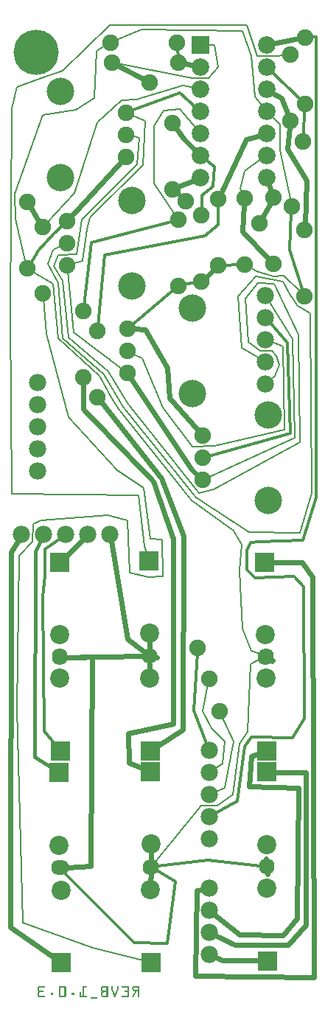
<source format=gbl>
G04 MADE WITH FRITZING*
G04 WWW.FRITZING.ORG*
G04 DOUBLE SIDED*
G04 HOLES PLATED*
G04 CONTOUR ON CENTER OF CONTOUR VECTOR*
%ASAXBY*%
%FSLAX23Y23*%
%MOIN*%
%OFA0B0*%
%SFA1.0B1.0*%
%ADD10C,0.078000*%
%ADD11C,0.075000*%
%ADD12C,0.086614*%
%ADD13C,0.086555*%
%ADD14C,0.070232*%
%ADD15C,0.074667*%
%ADD16C,0.074695*%
%ADD17C,0.124033*%
%ADD18C,0.079370*%
%ADD19C,0.204725*%
%ADD20R,0.086614X0.086614*%
%ADD21R,0.079370X0.079370*%
%ADD22C,0.007000*%
%ADD23C,0.008000*%
%ADD24C,0.024000*%
%ADD25C,0.012000*%
%ADD26C,0.016000*%
%ADD27R,0.001000X0.001000*%
%LNCOPPER0*%
G90*
G70*
G54D10*
X1175Y3212D03*
X1175Y3112D03*
X1175Y3012D03*
X1175Y2912D03*
X1175Y2812D03*
G54D11*
X652Y4174D03*
X869Y1619D03*
X1147Y3538D03*
X969Y1330D03*
X816Y3638D03*
X920Y1477D03*
G54D10*
X144Y2819D03*
X144Y2719D03*
X144Y2619D03*
X144Y2519D03*
X144Y2419D03*
G54D12*
X648Y2012D03*
G54D13*
X651Y1684D03*
G54D14*
X651Y1582D03*
G54D12*
X244Y2005D03*
G54D13*
X246Y1678D03*
G54D14*
X246Y1575D03*
G54D15*
X550Y3062D03*
X550Y2962D03*
G54D16*
X550Y2862D03*
G54D17*
X846Y3156D03*
X846Y2767D03*
G54D15*
X891Y2577D03*
X891Y2477D03*
G54D16*
X891Y2377D03*
G54D17*
X1187Y2671D03*
X1187Y2283D03*
G54D15*
X278Y3547D03*
X278Y3447D03*
G54D16*
X278Y3347D03*
G54D17*
X573Y3641D03*
X573Y3253D03*
G54D15*
X545Y3839D03*
X545Y3939D03*
G54D16*
X545Y4039D03*
G54D17*
X249Y3745D03*
X249Y4133D03*
G54D12*
X241Y1054D03*
G54D13*
X243Y726D03*
G54D14*
X243Y624D03*
G54D10*
X922Y230D03*
X922Y330D03*
X922Y430D03*
X922Y530D03*
X72Y2130D03*
X172Y2130D03*
X272Y2130D03*
X372Y2130D03*
X472Y2130D03*
G54D12*
X654Y1152D03*
G54D13*
X651Y1480D03*
G54D14*
X651Y1582D03*
G54D12*
X1173Y2006D03*
G54D13*
X1176Y1678D03*
G54D14*
X1176Y1576D03*
G54D12*
X1180Y1152D03*
G54D13*
X1177Y1480D03*
G54D14*
X1177Y1582D03*
G54D12*
X1180Y1057D03*
G54D13*
X1182Y729D03*
G54D14*
X1182Y627D03*
G54D12*
X1185Y202D03*
G54D13*
X1182Y530D03*
G54D14*
X1182Y632D03*
G54D12*
X656Y1057D03*
G54D13*
X658Y730D03*
G54D14*
X658Y627D03*
G54D12*
X247Y1152D03*
G54D13*
X244Y1480D03*
G54D14*
X244Y1582D03*
G54D12*
X252Y194D03*
G54D13*
X250Y522D03*
G54D14*
X250Y624D03*
G54D12*
X658Y196D03*
G54D13*
X655Y524D03*
G54D14*
X655Y626D03*
G54D18*
X880Y4344D03*
X1180Y4344D03*
X880Y4244D03*
X1180Y4244D03*
X880Y4144D03*
X1180Y4144D03*
X880Y4044D03*
X1180Y4044D03*
X880Y3944D03*
X1180Y3944D03*
X880Y3844D03*
X1180Y3844D03*
X880Y3744D03*
X1180Y3744D03*
G54D11*
X416Y3051D03*
X416Y2751D03*
X1288Y4000D03*
X1288Y4300D03*
X353Y3142D03*
X353Y2842D03*
X168Y3522D03*
X168Y3222D03*
X98Y3633D03*
X98Y3333D03*
X1353Y3508D03*
X1353Y3208D03*
X962Y3647D03*
X962Y3347D03*
X782Y3555D03*
X782Y3255D03*
X1354Y4378D03*
X1354Y4078D03*
X1213Y3354D03*
X1213Y3654D03*
X756Y3992D03*
X756Y3692D03*
X483Y4266D03*
X783Y4266D03*
X1346Y3908D03*
X1295Y3613D03*
X1080Y3652D03*
X1080Y3352D03*
X475Y4355D03*
X775Y4355D03*
X886Y3276D03*
X886Y3576D03*
G54D19*
X137Y4312D03*
G54D10*
X922Y755D03*
X922Y855D03*
X922Y955D03*
X922Y1055D03*
X922Y1155D03*
G54D20*
X648Y2012D03*
X244Y2005D03*
X241Y1054D03*
X654Y1152D03*
X1173Y2006D03*
X1180Y1152D03*
X1180Y1057D03*
X1185Y202D03*
X656Y1057D03*
X247Y1152D03*
X252Y194D03*
X658Y196D03*
G54D21*
X880Y4344D03*
G54D22*
X570Y3933D02*
X606Y3925D01*
D02*
X606Y3925D02*
X594Y3806D01*
D02*
X594Y3806D02*
X346Y3554D01*
D02*
X346Y3554D02*
X322Y3399D01*
D02*
X322Y3399D02*
X239Y3395D01*
D02*
X239Y3395D02*
X219Y3343D01*
D02*
X219Y3343D02*
X259Y3277D01*
D02*
X259Y3277D02*
X285Y3021D01*
D02*
X285Y3021D02*
X465Y2869D01*
D02*
X465Y2869D02*
X550Y2723D01*
D02*
X550Y2723D02*
X874Y2319D01*
D02*
X874Y2319D02*
X943Y2336D01*
D02*
X943Y2336D02*
X1333Y2549D01*
D02*
X1333Y2549D02*
X1324Y3034D01*
D02*
X1324Y3034D02*
X1215Y3264D01*
D02*
X1215Y3264D02*
X1141Y3267D01*
D02*
X1141Y3267D02*
X1085Y3199D01*
D02*
X1085Y3199D02*
X1098Y3001D01*
D02*
X1098Y3001D02*
X1152Y2962D01*
D02*
X1152Y2962D02*
X1204Y2962D01*
D02*
X1225Y2939D02*
X1237Y2897D01*
D02*
X1204Y2962D02*
X1225Y2939D01*
D02*
X1237Y2897D02*
X1219Y2849D01*
D02*
X1219Y2849D02*
X1194Y2828D01*
G54D23*
D02*
X215Y3419D02*
X254Y3437D01*
D02*
X193Y3354D02*
X215Y3419D01*
D02*
X237Y3269D02*
X193Y3354D01*
D02*
X257Y3019D02*
X237Y3269D01*
D02*
X444Y2854D02*
X257Y3019D01*
D02*
X530Y2708D02*
X444Y2854D01*
D02*
X861Y2299D02*
X530Y2708D01*
D02*
X1102Y2140D02*
X861Y2299D01*
D02*
X1330Y2138D02*
X1102Y2140D01*
D02*
X1385Y2317D02*
X1330Y2138D01*
D02*
X1378Y3132D02*
X1385Y2317D01*
D02*
X1322Y3164D02*
X1378Y3132D01*
D02*
X1285Y3219D02*
X1322Y3164D01*
D02*
X1256Y3275D02*
X1285Y3219D01*
D02*
X1131Y3297D02*
X1256Y3275D01*
D02*
X1052Y3208D02*
X1131Y3297D01*
D02*
X1067Y2975D02*
X1052Y3208D01*
D02*
X1154Y2924D02*
X1067Y2975D01*
G54D24*
D02*
X658Y664D02*
X658Y688D01*
G54D23*
D02*
X945Y965D02*
X993Y986D01*
D02*
X993Y986D02*
X1030Y1195D01*
D02*
X1030Y1195D02*
X978Y1309D01*
G54D24*
D02*
X283Y1576D02*
X391Y1577D01*
D02*
X391Y1577D02*
X384Y630D01*
D02*
X384Y630D02*
X280Y625D01*
G54D22*
D02*
X678Y651D02*
X884Y906D01*
D02*
X884Y906D02*
X957Y906D01*
D02*
X957Y906D02*
X1027Y955D01*
D02*
X1027Y955D02*
X1058Y1186D01*
D02*
X1058Y1186D02*
X1096Y1239D01*
D02*
X1096Y1239D02*
X1109Y1544D01*
D02*
X1109Y1544D02*
X1151Y1567D01*
G54D24*
D02*
X777Y3673D02*
X795Y3657D01*
G54D25*
D02*
X111Y3352D02*
X149Y3413D01*
D02*
X149Y3413D02*
X217Y3490D01*
D02*
X217Y3490D02*
X259Y3529D01*
G54D24*
D02*
X804Y2123D02*
X800Y1249D01*
D02*
X800Y1249D02*
X689Y1175D01*
D02*
X704Y2386D02*
X804Y2123D01*
D02*
X434Y2728D02*
X704Y2386D01*
G54D25*
D02*
X1057Y3351D02*
X985Y3348D01*
G54D23*
D02*
X930Y1253D02*
X993Y1195D01*
D02*
X993Y1195D02*
X981Y1095D01*
D02*
X893Y1330D02*
X930Y1253D01*
D02*
X981Y1095D02*
X943Y1069D01*
D02*
X916Y1454D02*
X893Y1330D01*
G54D24*
D02*
X869Y2399D02*
X843Y2424D01*
D02*
X843Y2424D02*
X568Y2835D01*
D02*
X1150Y3936D02*
X1089Y3919D01*
D02*
X1089Y3919D02*
X974Y3673D01*
G54D25*
D02*
X1198Y4227D02*
X1337Y4094D01*
G54D23*
D02*
X529Y2877D02*
X307Y3045D01*
D02*
X307Y3045D02*
X280Y3321D01*
D02*
X864Y3964D02*
X789Y4053D01*
D02*
X789Y4053D02*
X716Y4048D01*
D02*
X716Y4048D02*
X671Y3977D01*
D02*
X671Y3977D02*
X671Y3717D01*
D02*
X671Y3717D02*
X769Y3574D01*
D02*
X348Y3367D02*
X303Y3354D01*
D02*
X369Y3512D02*
X348Y3367D01*
D02*
X383Y3565D02*
X369Y3512D01*
D02*
X622Y3801D02*
X383Y3565D01*
D02*
X633Y4001D02*
X622Y3801D01*
D02*
X569Y4028D02*
X633Y4001D01*
G54D25*
D02*
X178Y2064D02*
X252Y2116D01*
D02*
X178Y1944D02*
X178Y2064D01*
D02*
X169Y1847D02*
X178Y1944D01*
D02*
X175Y1241D02*
X169Y1847D01*
D02*
X224Y1181D02*
X175Y1241D01*
G54D24*
D02*
X941Y3328D02*
X907Y3295D01*
G54D23*
D02*
X944Y2530D02*
X1263Y2603D01*
D02*
X1263Y2603D02*
X1254Y2980D01*
D02*
X844Y2528D02*
X944Y2530D01*
D02*
X1254Y2980D02*
X1198Y3003D01*
D02*
X711Y2703D02*
X844Y2528D01*
D02*
X617Y2927D02*
X711Y2703D01*
D02*
X573Y2949D02*
X617Y2927D01*
G54D25*
D02*
X389Y3450D02*
X760Y3549D01*
D02*
X356Y3165D02*
X389Y3450D01*
G54D24*
D02*
X353Y2813D02*
X352Y2697D01*
D02*
X352Y2697D02*
X667Y2371D01*
D02*
X667Y2371D02*
X759Y2112D01*
D02*
X759Y2112D02*
X759Y1275D01*
D02*
X759Y1275D02*
X556Y1230D01*
D02*
X556Y1230D02*
X559Y1097D01*
D02*
X559Y1097D02*
X617Y1073D01*
D02*
X1249Y4104D02*
X1206Y4129D01*
D02*
X1278Y4027D02*
X1249Y4104D01*
G54D22*
D02*
X944Y4346D02*
X960Y4246D01*
D02*
X960Y4246D02*
X917Y4194D01*
D02*
X905Y4345D02*
X944Y4346D01*
D02*
X917Y4194D02*
X844Y4195D01*
D02*
X844Y4195D02*
X506Y4261D01*
G54D24*
D02*
X981Y204D02*
X950Y218D01*
D02*
X1142Y203D02*
X981Y204D01*
D02*
X1215Y2005D02*
X1341Y2003D01*
D02*
X1341Y2003D02*
X1389Y1938D01*
D02*
X1389Y1938D02*
X1396Y127D01*
D02*
X1396Y127D02*
X859Y134D01*
D02*
X859Y134D02*
X864Y522D01*
D02*
X864Y522D02*
X892Y526D01*
G54D23*
D02*
X455Y4344D02*
X413Y4319D01*
D02*
X413Y4319D02*
X402Y4106D01*
D02*
X402Y4106D02*
X317Y4050D01*
D02*
X317Y4050D02*
X169Y4028D01*
D02*
X169Y4028D02*
X42Y3670D01*
D02*
X42Y3670D02*
X44Y3559D01*
D02*
X44Y3559D02*
X93Y3355D01*
G54D24*
D02*
X1210Y4350D02*
X1326Y4373D01*
G54D25*
D02*
X781Y4289D02*
X777Y4332D01*
G54D24*
D02*
X153Y3546D02*
X114Y3609D01*
G54D25*
D02*
X1276Y2997D02*
X1191Y3093D01*
D02*
X1287Y2588D02*
X1276Y2997D01*
D02*
X917Y2484D02*
X1287Y2588D01*
D02*
X447Y3394D02*
X900Y3482D01*
D02*
X900Y3482D02*
X963Y3530D01*
D02*
X418Y3074D02*
X447Y3394D01*
D02*
X963Y3530D02*
X962Y3624D01*
D02*
X852Y1334D02*
X913Y1178D01*
D02*
X867Y1596D02*
X852Y1334D01*
D02*
X900Y3829D02*
X944Y3793D01*
D02*
X944Y3793D02*
X937Y3704D01*
D02*
X937Y3704D02*
X889Y3664D01*
D02*
X889Y3664D02*
X887Y3599D01*
D02*
X1353Y4055D02*
X1347Y3931D01*
G54D24*
D02*
X859Y3867D02*
X809Y3919D01*
D02*
X809Y3919D02*
X773Y3969D01*
D02*
X1110Y1127D02*
X1140Y1138D01*
D02*
X1100Y990D02*
X1110Y1127D01*
D02*
X1326Y986D02*
X1100Y990D01*
D02*
X1319Y393D02*
X1326Y986D01*
D02*
X1256Y319D02*
X1319Y393D01*
D02*
X1058Y322D02*
X1256Y319D01*
D02*
X946Y412D02*
X1058Y322D01*
D02*
X582Y3060D02*
X630Y3058D01*
D02*
X630Y3058D02*
X730Y2884D01*
D02*
X730Y2884D02*
X741Y2749D01*
D02*
X741Y2749D02*
X870Y2601D01*
D02*
X1203Y3681D02*
X1191Y3716D01*
G54D23*
D02*
X629Y2079D02*
X638Y2047D01*
D02*
X602Y2308D02*
X629Y2079D01*
D02*
X29Y2313D02*
X602Y2308D01*
D02*
X22Y3126D02*
X29Y2313D01*
D02*
X28Y4058D02*
X22Y3126D01*
D02*
X51Y4154D02*
X28Y4058D01*
D02*
X162Y4195D02*
X51Y4154D01*
D02*
X258Y4228D02*
X162Y4195D01*
D02*
X473Y4433D02*
X258Y4228D01*
D02*
X1091Y4435D02*
X473Y4433D01*
D02*
X1138Y4295D02*
X1091Y4435D01*
D02*
X1218Y4293D02*
X1138Y4295D01*
D02*
X1266Y4298D02*
X1218Y4293D01*
G54D24*
D02*
X1179Y663D02*
X1185Y596D01*
D02*
X651Y1546D02*
X651Y1522D01*
G54D23*
D02*
X118Y3321D02*
X216Y3265D01*
D02*
X216Y3265D02*
X237Y3017D01*
D02*
X237Y3017D02*
X424Y2847D01*
D02*
X424Y2847D02*
X483Y2745D01*
D02*
X483Y2745D02*
X511Y2697D01*
D02*
X511Y2697D02*
X843Y2285D01*
D02*
X843Y2285D02*
X1033Y2148D01*
D02*
X1033Y2148D02*
X1069Y2084D01*
D02*
X1069Y2084D02*
X1058Y1968D01*
D02*
X1058Y1968D02*
X1071Y1704D01*
D02*
X1071Y1704D02*
X1111Y1606D01*
D02*
X1111Y1606D02*
X1148Y1592D01*
D02*
X1211Y3299D02*
X1135Y3321D01*
D02*
X1135Y3321D02*
X1100Y3341D01*
D02*
X1259Y3301D02*
X1211Y3299D01*
D02*
X1337Y3224D02*
X1259Y3301D01*
G54D24*
D02*
X615Y1581D02*
X283Y1576D01*
D02*
X657Y591D02*
X656Y566D01*
D02*
X783Y3703D02*
X852Y3732D01*
D02*
X1362Y3730D02*
X1276Y3875D01*
D02*
X1276Y3875D02*
X1286Y3972D01*
D02*
X1354Y3536D02*
X1362Y3730D01*
D02*
X351Y2109D02*
X274Y2035D01*
D02*
X1070Y3501D02*
X1193Y3375D01*
D02*
X1078Y3624D02*
X1070Y3501D01*
G54D25*
D02*
X684Y611D02*
X767Y560D01*
D02*
X767Y560D02*
X733Y280D01*
D02*
X733Y280D02*
X580Y284D01*
D02*
X580Y284D02*
X265Y602D01*
G54D26*
D02*
X133Y1125D02*
X210Y1074D01*
D02*
X135Y2053D02*
X133Y1125D01*
D02*
X162Y2108D02*
X135Y2053D01*
G54D25*
D02*
X765Y3240D02*
X570Y3078D01*
D02*
X1293Y3590D02*
X1284Y3417D01*
D02*
X1284Y3417D02*
X1346Y3230D01*
D02*
X787Y4127D02*
X569Y4048D01*
D02*
X861Y4061D02*
X787Y4127D01*
G54D23*
D02*
X915Y2388D02*
X1307Y2567D01*
D02*
X1307Y2567D02*
X1298Y3015D01*
D02*
X1298Y3015D02*
X1188Y3191D01*
D02*
X184Y3539D02*
X313Y3673D01*
D02*
X313Y3673D02*
X415Y3993D01*
D02*
X415Y3993D02*
X524Y4094D01*
D02*
X524Y4094D02*
X593Y4097D01*
D02*
X593Y4097D02*
X803Y4162D01*
D02*
X803Y4162D02*
X855Y4150D01*
G54D24*
D02*
X811Y4260D02*
X850Y4251D01*
G54D23*
D02*
X1241Y3867D02*
X1240Y3986D01*
D02*
X1290Y3635D02*
X1241Y3867D01*
D02*
X1240Y3986D02*
X1198Y4027D01*
D02*
X184Y3037D02*
X170Y3199D01*
D02*
X285Y2660D02*
X184Y3037D01*
D02*
X504Y2421D02*
X285Y2660D01*
D02*
X624Y2340D02*
X504Y2421D01*
D02*
X656Y2110D02*
X624Y2340D01*
D02*
X708Y2108D02*
X656Y2110D01*
D02*
X711Y1941D02*
X708Y2108D01*
D02*
X644Y1939D02*
X711Y1941D01*
D02*
X562Y1957D02*
X644Y1939D01*
D02*
X553Y2195D02*
X562Y1957D01*
D02*
X462Y2219D02*
X553Y2195D01*
D02*
X160Y2195D02*
X462Y2219D01*
D02*
X124Y2178D02*
X160Y2195D01*
D02*
X122Y2097D02*
X124Y2178D01*
D02*
X63Y2033D02*
X122Y2097D01*
D02*
X50Y1341D02*
X63Y2033D01*
D02*
X78Y375D02*
X50Y1341D01*
D02*
X394Y261D02*
X78Y375D01*
D02*
X622Y205D02*
X394Y261D01*
G54D24*
D02*
X508Y4252D02*
X627Y4188D01*
D02*
X686Y1573D02*
X662Y1579D01*
D02*
X662Y1579D02*
X686Y1573D01*
D02*
X651Y1618D02*
X651Y1642D01*
D02*
X1199Y3629D02*
X1161Y3563D01*
D02*
X477Y2101D02*
X553Y1657D01*
D02*
X553Y1657D02*
X622Y1604D01*
G54D23*
D02*
X1164Y4064D02*
X1127Y4110D01*
D02*
X1127Y4110D02*
X1111Y4293D01*
D02*
X1111Y4293D02*
X1071Y4408D01*
D02*
X1071Y4408D02*
X616Y4415D01*
D02*
X616Y4415D02*
X496Y4364D01*
D02*
X1159Y3830D02*
X1080Y3773D01*
D02*
X1080Y3773D02*
X1062Y3695D01*
D02*
X1062Y3695D02*
X1071Y3674D01*
G54D25*
D02*
X863Y3271D02*
X805Y3260D01*
G54D24*
D02*
X1037Y275D02*
X949Y317D01*
D02*
X1278Y275D02*
X1037Y275D01*
D02*
X1358Y364D02*
X1278Y275D01*
D02*
X1358Y1053D02*
X1358Y364D01*
D02*
X1222Y1056D02*
X1358Y1053D01*
G54D25*
D02*
X689Y631D02*
X916Y657D01*
D02*
X916Y657D02*
X1152Y630D01*
G54D24*
D02*
X1205Y1558D02*
X1193Y1568D01*
D02*
X1193Y1568D02*
X1209Y1561D01*
D02*
X25Y2050D02*
X57Y2104D01*
D02*
X22Y355D02*
X25Y2050D01*
D02*
X218Y218D02*
X22Y355D01*
G54D25*
D02*
X1377Y4380D02*
X1404Y4381D01*
D02*
X1404Y4381D02*
X1405Y3519D01*
D02*
X1405Y3519D02*
X1404Y2297D01*
D02*
X1404Y2297D02*
X1344Y2104D01*
D02*
X1344Y2104D02*
X1149Y2099D01*
D02*
X1149Y2099D02*
X1108Y2094D01*
D02*
X1108Y2094D02*
X1091Y2059D01*
D02*
X1091Y2059D02*
X1091Y1970D01*
D02*
X1091Y1970D02*
X1129Y1935D01*
D02*
X1129Y1935D02*
X1305Y1941D01*
D02*
X1305Y1941D02*
X1348Y1895D01*
D02*
X1348Y1895D02*
X1351Y1297D01*
D02*
X1351Y1297D02*
X1298Y1210D01*
D02*
X1298Y1210D02*
X1113Y1215D01*
D02*
X1113Y1215D02*
X1081Y1170D01*
D02*
X1081Y1170D02*
X1049Y924D01*
D02*
X1049Y924D02*
X944Y867D01*
G54D24*
D02*
X523Y3815D02*
X299Y3571D01*
G54D27*
X150Y88D02*
X177Y88D01*
X245Y88D02*
X269Y88D01*
X349Y88D02*
X367Y88D01*
X439Y88D02*
X463Y88D01*
X480Y88D02*
X483Y88D01*
X506Y88D02*
X509Y88D01*
X527Y88D02*
X557Y88D01*
X579Y88D02*
X605Y88D01*
X148Y87D02*
X178Y87D01*
X243Y87D02*
X271Y87D01*
X349Y87D02*
X367Y87D01*
X437Y87D02*
X463Y87D01*
X479Y87D02*
X484Y87D01*
X505Y87D02*
X510Y87D01*
X526Y87D02*
X557Y87D01*
X577Y87D02*
X605Y87D01*
X148Y86D02*
X178Y86D01*
X243Y86D02*
X272Y86D01*
X349Y86D02*
X368Y86D01*
X436Y86D02*
X463Y86D01*
X478Y86D02*
X484Y86D01*
X504Y86D02*
X510Y86D01*
X526Y86D02*
X557Y86D01*
X576Y86D02*
X605Y86D01*
X147Y85D02*
X178Y85D01*
X242Y85D02*
X272Y85D01*
X349Y85D02*
X368Y85D01*
X435Y85D02*
X463Y85D01*
X478Y85D02*
X484Y85D01*
X504Y85D02*
X510Y85D01*
X526Y85D02*
X557Y85D01*
X575Y85D02*
X605Y85D01*
X147Y84D02*
X178Y84D01*
X241Y84D02*
X273Y84D01*
X349Y84D02*
X367Y84D01*
X434Y84D02*
X463Y84D01*
X478Y84D02*
X484Y84D01*
X504Y84D02*
X510Y84D01*
X526Y84D02*
X557Y84D01*
X575Y84D02*
X605Y84D01*
X146Y83D02*
X177Y83D01*
X241Y83D02*
X273Y83D01*
X349Y83D02*
X366Y83D01*
X433Y83D02*
X463Y83D01*
X478Y83D02*
X484Y83D01*
X504Y83D02*
X510Y83D01*
X527Y83D02*
X557Y83D01*
X574Y83D02*
X605Y83D01*
X146Y82D02*
X152Y82D01*
X241Y82D02*
X247Y82D01*
X267Y82D02*
X273Y82D01*
X349Y82D02*
X355Y82D01*
X433Y82D02*
X441Y82D01*
X457Y82D02*
X463Y82D01*
X478Y82D02*
X484Y82D01*
X504Y82D02*
X510Y82D01*
X552Y82D02*
X557Y82D01*
X574Y82D02*
X581Y82D01*
X599Y82D02*
X605Y82D01*
X146Y81D02*
X152Y81D01*
X241Y81D02*
X247Y81D01*
X267Y81D02*
X273Y81D01*
X349Y81D02*
X355Y81D01*
X432Y81D02*
X440Y81D01*
X457Y81D02*
X463Y81D01*
X478Y81D02*
X484Y81D01*
X504Y81D02*
X510Y81D01*
X552Y81D02*
X557Y81D01*
X573Y81D02*
X580Y81D01*
X599Y81D02*
X605Y81D01*
X146Y80D02*
X152Y80D01*
X241Y80D02*
X247Y80D01*
X267Y80D02*
X273Y80D01*
X349Y80D02*
X355Y80D01*
X432Y80D02*
X438Y80D01*
X457Y80D02*
X463Y80D01*
X478Y80D02*
X484Y80D01*
X504Y80D02*
X510Y80D01*
X552Y80D02*
X557Y80D01*
X573Y80D02*
X579Y80D01*
X599Y80D02*
X605Y80D01*
X146Y79D02*
X152Y79D01*
X241Y79D02*
X247Y79D01*
X267Y79D02*
X273Y79D01*
X349Y79D02*
X355Y79D01*
X431Y79D02*
X438Y79D01*
X457Y79D02*
X463Y79D01*
X478Y79D02*
X484Y79D01*
X504Y79D02*
X510Y79D01*
X552Y79D02*
X557Y79D01*
X573Y79D02*
X579Y79D01*
X599Y79D02*
X605Y79D01*
X146Y78D02*
X152Y78D01*
X241Y78D02*
X247Y78D01*
X267Y78D02*
X273Y78D01*
X349Y78D02*
X355Y78D01*
X431Y78D02*
X437Y78D01*
X457Y78D02*
X463Y78D01*
X478Y78D02*
X484Y78D01*
X504Y78D02*
X510Y78D01*
X552Y78D02*
X557Y78D01*
X573Y78D02*
X579Y78D01*
X599Y78D02*
X605Y78D01*
X146Y77D02*
X152Y77D01*
X241Y77D02*
X247Y77D01*
X267Y77D02*
X273Y77D01*
X349Y77D02*
X355Y77D01*
X431Y77D02*
X437Y77D01*
X457Y77D02*
X463Y77D01*
X478Y77D02*
X484Y77D01*
X504Y77D02*
X510Y77D01*
X552Y77D02*
X557Y77D01*
X573Y77D02*
X579Y77D01*
X599Y77D02*
X605Y77D01*
X146Y76D02*
X152Y76D01*
X241Y76D02*
X247Y76D01*
X267Y76D02*
X273Y76D01*
X349Y76D02*
X355Y76D01*
X431Y76D02*
X437Y76D01*
X457Y76D02*
X463Y76D01*
X478Y76D02*
X484Y76D01*
X504Y76D02*
X510Y76D01*
X552Y76D02*
X557Y76D01*
X573Y76D02*
X579Y76D01*
X599Y76D02*
X605Y76D01*
X146Y75D02*
X152Y75D01*
X241Y75D02*
X247Y75D01*
X267Y75D02*
X273Y75D01*
X349Y75D02*
X355Y75D01*
X431Y75D02*
X437Y75D01*
X457Y75D02*
X463Y75D01*
X478Y75D02*
X484Y75D01*
X504Y75D02*
X510Y75D01*
X552Y75D02*
X557Y75D01*
X573Y75D02*
X579Y75D01*
X599Y75D02*
X605Y75D01*
X146Y74D02*
X152Y74D01*
X241Y74D02*
X247Y74D01*
X267Y74D02*
X273Y74D01*
X349Y74D02*
X355Y74D01*
X431Y74D02*
X437Y74D01*
X457Y74D02*
X463Y74D01*
X478Y74D02*
X484Y74D01*
X504Y74D02*
X510Y74D01*
X552Y74D02*
X557Y74D01*
X573Y74D02*
X579Y74D01*
X599Y74D02*
X605Y74D01*
X146Y73D02*
X152Y73D01*
X241Y73D02*
X247Y73D01*
X267Y73D02*
X273Y73D01*
X349Y73D02*
X355Y73D01*
X431Y73D02*
X437Y73D01*
X457Y73D02*
X463Y73D01*
X479Y73D02*
X485Y73D01*
X504Y73D02*
X510Y73D01*
X552Y73D02*
X557Y73D01*
X574Y73D02*
X580Y73D01*
X599Y73D02*
X605Y73D01*
X146Y72D02*
X152Y72D01*
X241Y72D02*
X247Y72D01*
X267Y72D02*
X273Y72D01*
X349Y72D02*
X355Y72D01*
X431Y72D02*
X437Y72D01*
X457Y72D02*
X463Y72D01*
X479Y72D02*
X485Y72D01*
X503Y72D02*
X509Y72D01*
X552Y72D02*
X557Y72D01*
X574Y72D02*
X605Y72D01*
X146Y71D02*
X152Y71D01*
X241Y71D02*
X247Y71D01*
X267Y71D02*
X273Y71D01*
X349Y71D02*
X355Y71D01*
X431Y71D02*
X437Y71D01*
X457Y71D02*
X463Y71D01*
X479Y71D02*
X486Y71D01*
X503Y71D02*
X509Y71D01*
X552Y71D02*
X557Y71D01*
X574Y71D02*
X605Y71D01*
X146Y70D02*
X152Y70D01*
X241Y70D02*
X247Y70D01*
X267Y70D02*
X273Y70D01*
X349Y70D02*
X355Y70D01*
X431Y70D02*
X438Y70D01*
X457Y70D02*
X463Y70D01*
X480Y70D02*
X486Y70D01*
X502Y70D02*
X509Y70D01*
X552Y70D02*
X557Y70D01*
X575Y70D02*
X605Y70D01*
X146Y69D02*
X152Y69D01*
X241Y69D02*
X247Y69D01*
X267Y69D02*
X273Y69D01*
X349Y69D02*
X355Y69D01*
X432Y69D02*
X438Y69D01*
X457Y69D02*
X463Y69D01*
X480Y69D02*
X486Y69D01*
X502Y69D02*
X508Y69D01*
X552Y69D02*
X557Y69D01*
X576Y69D02*
X605Y69D01*
X147Y68D02*
X153Y68D01*
X241Y68D02*
X247Y68D01*
X267Y68D02*
X273Y68D01*
X349Y68D02*
X355Y68D01*
X432Y68D02*
X439Y68D01*
X457Y68D02*
X463Y68D01*
X481Y68D02*
X487Y68D01*
X502Y68D02*
X508Y68D01*
X552Y68D02*
X557Y68D01*
X577Y68D02*
X605Y68D01*
X147Y67D02*
X154Y67D01*
X241Y67D02*
X247Y67D01*
X267Y67D02*
X273Y67D01*
X349Y67D02*
X355Y67D01*
X433Y67D02*
X441Y67D01*
X457Y67D02*
X463Y67D01*
X481Y67D02*
X487Y67D01*
X501Y67D02*
X507Y67D01*
X552Y67D02*
X557Y67D01*
X578Y67D02*
X605Y67D01*
X147Y66D02*
X170Y66D01*
X241Y66D02*
X247Y66D01*
X267Y66D02*
X273Y66D01*
X349Y66D02*
X355Y66D01*
X433Y66D02*
X463Y66D01*
X481Y66D02*
X488Y66D01*
X501Y66D02*
X507Y66D01*
X540Y66D02*
X557Y66D01*
X580Y66D02*
X605Y66D01*
X148Y65D02*
X171Y65D01*
X241Y65D02*
X247Y65D01*
X267Y65D02*
X273Y65D01*
X349Y65D02*
X355Y65D01*
X434Y65D02*
X463Y65D01*
X482Y65D02*
X488Y65D01*
X500Y65D02*
X507Y65D01*
X539Y65D02*
X557Y65D01*
X587Y65D02*
X593Y65D01*
X599Y65D02*
X605Y65D01*
X148Y64D02*
X171Y64D01*
X241Y64D02*
X247Y64D01*
X267Y64D02*
X273Y64D01*
X349Y64D02*
X355Y64D01*
X435Y64D02*
X463Y64D01*
X482Y64D02*
X488Y64D01*
X500Y64D02*
X506Y64D01*
X539Y64D02*
X557Y64D01*
X586Y64D02*
X593Y64D01*
X599Y64D02*
X605Y64D01*
X149Y63D02*
X171Y63D01*
X241Y63D02*
X247Y63D01*
X267Y63D02*
X273Y63D01*
X349Y63D02*
X355Y63D01*
X435Y63D02*
X463Y63D01*
X483Y63D02*
X489Y63D01*
X500Y63D02*
X506Y63D01*
X539Y63D02*
X557Y63D01*
X586Y63D02*
X592Y63D01*
X599Y63D02*
X605Y63D01*
X148Y62D02*
X171Y62D01*
X241Y62D02*
X247Y62D01*
X267Y62D02*
X273Y62D01*
X349Y62D02*
X355Y62D01*
X434Y62D02*
X463Y62D01*
X483Y62D02*
X489Y62D01*
X499Y62D02*
X505Y62D01*
X539Y62D02*
X557Y62D01*
X585Y62D02*
X592Y62D01*
X599Y62D02*
X605Y62D01*
X147Y61D02*
X170Y61D01*
X241Y61D02*
X247Y61D01*
X267Y61D02*
X273Y61D01*
X339Y61D02*
X339Y61D01*
X349Y61D02*
X355Y61D01*
X433Y61D02*
X463Y61D01*
X483Y61D02*
X490Y61D01*
X499Y61D02*
X505Y61D01*
X540Y61D02*
X557Y61D01*
X584Y61D02*
X591Y61D01*
X599Y61D02*
X605Y61D01*
X147Y60D02*
X155Y60D01*
X241Y60D02*
X247Y60D01*
X267Y60D02*
X273Y60D01*
X337Y60D02*
X341Y60D01*
X349Y60D02*
X355Y60D01*
X433Y60D02*
X443Y60D01*
X457Y60D02*
X463Y60D01*
X484Y60D02*
X490Y60D01*
X499Y60D02*
X505Y60D01*
X551Y60D02*
X557Y60D01*
X584Y60D02*
X591Y60D01*
X599Y60D02*
X605Y60D01*
X147Y59D02*
X153Y59D01*
X241Y59D02*
X247Y59D01*
X267Y59D02*
X273Y59D01*
X336Y59D02*
X341Y59D01*
X349Y59D02*
X355Y59D01*
X432Y59D02*
X440Y59D01*
X457Y59D02*
X463Y59D01*
X484Y59D02*
X490Y59D01*
X498Y59D02*
X504Y59D01*
X552Y59D02*
X557Y59D01*
X583Y59D02*
X590Y59D01*
X599Y59D02*
X605Y59D01*
X146Y58D02*
X152Y58D01*
X206Y58D02*
X214Y58D01*
X241Y58D02*
X247Y58D01*
X267Y58D02*
X273Y58D01*
X301Y58D02*
X309Y58D01*
X336Y58D02*
X342Y58D01*
X349Y58D02*
X355Y58D01*
X432Y58D02*
X439Y58D01*
X457Y58D02*
X463Y58D01*
X485Y58D02*
X491Y58D01*
X498Y58D02*
X504Y58D01*
X552Y58D02*
X557Y58D01*
X583Y58D02*
X589Y58D01*
X599Y58D02*
X605Y58D01*
X146Y57D02*
X152Y57D01*
X204Y57D02*
X215Y57D01*
X241Y57D02*
X247Y57D01*
X267Y57D02*
X273Y57D01*
X299Y57D02*
X310Y57D01*
X336Y57D02*
X342Y57D01*
X349Y57D02*
X355Y57D01*
X431Y57D02*
X438Y57D01*
X457Y57D02*
X463Y57D01*
X485Y57D02*
X491Y57D01*
X497Y57D02*
X504Y57D01*
X552Y57D02*
X557Y57D01*
X582Y57D02*
X589Y57D01*
X599Y57D02*
X605Y57D01*
X146Y56D02*
X152Y56D01*
X204Y56D02*
X216Y56D01*
X241Y56D02*
X247Y56D01*
X267Y56D02*
X273Y56D01*
X299Y56D02*
X310Y56D01*
X336Y56D02*
X342Y56D01*
X349Y56D02*
X355Y56D01*
X431Y56D02*
X437Y56D01*
X457Y56D02*
X463Y56D01*
X485Y56D02*
X491Y56D01*
X497Y56D02*
X503Y56D01*
X552Y56D02*
X557Y56D01*
X581Y56D02*
X588Y56D01*
X599Y56D02*
X605Y56D01*
X146Y55D02*
X152Y55D01*
X204Y55D02*
X216Y55D01*
X241Y55D02*
X247Y55D01*
X267Y55D02*
X273Y55D01*
X298Y55D02*
X311Y55D01*
X336Y55D02*
X342Y55D01*
X349Y55D02*
X355Y55D01*
X431Y55D02*
X437Y55D01*
X457Y55D02*
X463Y55D01*
X486Y55D02*
X492Y55D01*
X497Y55D02*
X503Y55D01*
X552Y55D02*
X557Y55D01*
X581Y55D02*
X588Y55D01*
X599Y55D02*
X605Y55D01*
X146Y54D02*
X152Y54D01*
X204Y54D02*
X216Y54D01*
X241Y54D02*
X247Y54D01*
X267Y54D02*
X273Y54D01*
X298Y54D02*
X311Y54D01*
X336Y54D02*
X342Y54D01*
X349Y54D02*
X355Y54D01*
X431Y54D02*
X437Y54D01*
X457Y54D02*
X463Y54D01*
X486Y54D02*
X492Y54D01*
X496Y54D02*
X502Y54D01*
X552Y54D02*
X557Y54D01*
X580Y54D02*
X587Y54D01*
X599Y54D02*
X605Y54D01*
X146Y53D02*
X152Y53D01*
X204Y53D02*
X216Y53D01*
X241Y53D02*
X247Y53D01*
X267Y53D02*
X273Y53D01*
X298Y53D02*
X311Y53D01*
X336Y53D02*
X342Y53D01*
X349Y53D02*
X355Y53D01*
X431Y53D02*
X437Y53D01*
X457Y53D02*
X463Y53D01*
X486Y53D02*
X493Y53D01*
X496Y53D02*
X502Y53D01*
X552Y53D02*
X557Y53D01*
X580Y53D02*
X586Y53D01*
X599Y53D02*
X605Y53D01*
X146Y52D02*
X152Y52D01*
X204Y52D02*
X216Y52D01*
X241Y52D02*
X247Y52D01*
X267Y52D02*
X273Y52D01*
X298Y52D02*
X311Y52D01*
X336Y52D02*
X342Y52D01*
X349Y52D02*
X355Y52D01*
X431Y52D02*
X437Y52D01*
X457Y52D02*
X463Y52D01*
X487Y52D02*
X493Y52D01*
X495Y52D02*
X502Y52D01*
X552Y52D02*
X557Y52D01*
X579Y52D02*
X586Y52D01*
X599Y52D02*
X605Y52D01*
X146Y51D02*
X152Y51D01*
X204Y51D02*
X216Y51D01*
X241Y51D02*
X247Y51D01*
X267Y51D02*
X273Y51D01*
X298Y51D02*
X311Y51D01*
X336Y51D02*
X342Y51D01*
X349Y51D02*
X355Y51D01*
X431Y51D02*
X437Y51D01*
X457Y51D02*
X463Y51D01*
X487Y51D02*
X493Y51D01*
X495Y51D02*
X501Y51D01*
X552Y51D02*
X557Y51D01*
X579Y51D02*
X585Y51D01*
X599Y51D02*
X605Y51D01*
X146Y50D02*
X152Y50D01*
X204Y50D02*
X216Y50D01*
X241Y50D02*
X247Y50D01*
X267Y50D02*
X273Y50D01*
X298Y50D02*
X311Y50D01*
X336Y50D02*
X342Y50D01*
X349Y50D02*
X355Y50D01*
X431Y50D02*
X437Y50D01*
X457Y50D02*
X463Y50D01*
X488Y50D02*
X501Y50D01*
X552Y50D02*
X557Y50D01*
X578Y50D02*
X585Y50D01*
X599Y50D02*
X605Y50D01*
X146Y49D02*
X152Y49D01*
X204Y49D02*
X216Y49D01*
X241Y49D02*
X247Y49D01*
X267Y49D02*
X273Y49D01*
X299Y49D02*
X311Y49D01*
X336Y49D02*
X342Y49D01*
X349Y49D02*
X355Y49D01*
X431Y49D02*
X437Y49D01*
X457Y49D02*
X463Y49D01*
X488Y49D02*
X500Y49D01*
X552Y49D02*
X557Y49D01*
X577Y49D02*
X584Y49D01*
X599Y49D02*
X605Y49D01*
X146Y48D02*
X152Y48D01*
X204Y48D02*
X215Y48D01*
X241Y48D02*
X247Y48D01*
X267Y48D02*
X273Y48D01*
X299Y48D02*
X310Y48D01*
X336Y48D02*
X342Y48D01*
X349Y48D02*
X355Y48D01*
X431Y48D02*
X437Y48D01*
X457Y48D02*
X463Y48D01*
X488Y48D02*
X500Y48D01*
X552Y48D02*
X557Y48D01*
X577Y48D02*
X583Y48D01*
X599Y48D02*
X605Y48D01*
X146Y47D02*
X152Y47D01*
X205Y47D02*
X215Y47D01*
X241Y47D02*
X247Y47D01*
X267Y47D02*
X273Y47D01*
X300Y47D02*
X309Y47D01*
X336Y47D02*
X342Y47D01*
X349Y47D02*
X355Y47D01*
X432Y47D02*
X438Y47D01*
X457Y47D02*
X463Y47D01*
X489Y47D02*
X500Y47D01*
X552Y47D02*
X557Y47D01*
X576Y47D02*
X583Y47D01*
X599Y47D02*
X605Y47D01*
X146Y46D02*
X152Y46D01*
X241Y46D02*
X247Y46D01*
X267Y46D02*
X273Y46D01*
X336Y46D02*
X342Y46D01*
X349Y46D02*
X355Y46D01*
X432Y46D02*
X439Y46D01*
X457Y46D02*
X463Y46D01*
X489Y46D02*
X499Y46D01*
X552Y46D02*
X557Y46D01*
X576Y46D02*
X582Y46D01*
X599Y46D02*
X605Y46D01*
X146Y45D02*
X152Y45D01*
X241Y45D02*
X247Y45D01*
X267Y45D02*
X273Y45D01*
X336Y45D02*
X342Y45D01*
X349Y45D02*
X355Y45D01*
X432Y45D02*
X441Y45D01*
X457Y45D02*
X463Y45D01*
X490Y45D02*
X499Y45D01*
X552Y45D02*
X557Y45D01*
X575Y45D02*
X582Y45D01*
X599Y45D02*
X605Y45D01*
X146Y44D02*
X176Y44D01*
X241Y44D02*
X273Y44D01*
X336Y44D02*
X366Y44D01*
X433Y44D02*
X463Y44D01*
X490Y44D02*
X498Y44D01*
X528Y44D02*
X557Y44D01*
X574Y44D02*
X581Y44D01*
X599Y44D02*
X605Y44D01*
X147Y43D02*
X177Y43D01*
X241Y43D02*
X273Y43D01*
X336Y43D02*
X367Y43D01*
X434Y43D02*
X463Y43D01*
X490Y43D02*
X498Y43D01*
X527Y43D02*
X557Y43D01*
X574Y43D02*
X581Y43D01*
X599Y43D02*
X605Y43D01*
X147Y42D02*
X178Y42D01*
X242Y42D02*
X272Y42D01*
X336Y42D02*
X368Y42D01*
X435Y42D02*
X463Y42D01*
X491Y42D02*
X498Y42D01*
X526Y42D02*
X557Y42D01*
X573Y42D02*
X580Y42D01*
X599Y42D02*
X605Y42D01*
X147Y41D02*
X178Y41D01*
X242Y41D02*
X272Y41D01*
X336Y41D02*
X368Y41D01*
X436Y41D02*
X463Y41D01*
X491Y41D02*
X497Y41D01*
X526Y41D02*
X557Y41D01*
X573Y41D02*
X579Y41D01*
X599Y41D02*
X605Y41D01*
X148Y40D02*
X178Y40D01*
X243Y40D02*
X271Y40D01*
X336Y40D02*
X368Y40D01*
X437Y40D02*
X463Y40D01*
X492Y40D02*
X497Y40D01*
X526Y40D02*
X557Y40D01*
X573Y40D02*
X579Y40D01*
X600Y40D02*
X605Y40D01*
X149Y39D02*
X177Y39D01*
X244Y39D02*
X270Y39D01*
X337Y39D02*
X367Y39D01*
X439Y39D02*
X463Y39D01*
X492Y39D02*
X496Y39D01*
X527Y39D02*
X557Y39D01*
X574Y39D02*
X578Y39D01*
X600Y39D02*
X604Y39D01*
X151Y38D02*
X176Y38D01*
X246Y38D02*
X268Y38D01*
X338Y38D02*
X366Y38D01*
X442Y38D02*
X462Y38D01*
X493Y38D02*
X495Y38D01*
X528Y38D02*
X557Y38D01*
X575Y38D02*
X577Y38D01*
X601Y38D02*
X603Y38D01*
X385Y37D02*
X414Y37D01*
X384Y36D02*
X415Y36D01*
X384Y35D02*
X415Y35D01*
X384Y34D02*
X415Y34D01*
X384Y33D02*
X415Y33D01*
X385Y32D02*
X414Y32D01*
D02*
G04 End of Copper0*
M02*
</source>
